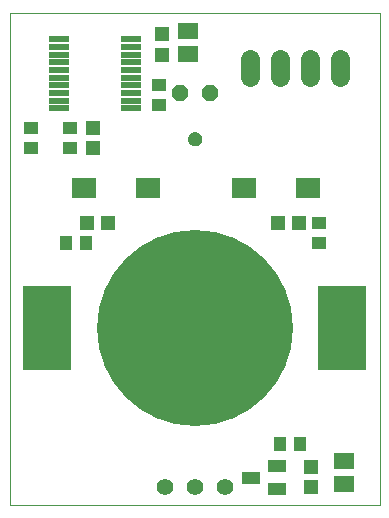
<source format=gts>
G75*
%MOIN*%
%OFA0B0*%
%FSLAX25Y25*%
%IPPOS*%
%LPD*%
%AMOC8*
5,1,8,0,0,1.08239X$1,22.5*
%
%ADD10C,0.00394*%
%ADD11C,0.00000*%
%ADD12C,0.04731*%
%ADD13R,0.06896X0.01975*%
%ADD14R,0.04731X0.04337*%
%ADD15R,0.04652X0.04534*%
%ADD16R,0.04534X0.04652*%
%ADD17R,0.04337X0.04731*%
%ADD18R,0.08274X0.06699*%
%ADD19R,0.05912X0.04337*%
%ADD20OC8,0.05600*%
%ADD21R,0.06699X0.05518*%
%ADD22R,0.16148X0.27959*%
%ADD23C,0.65361*%
%ADD24C,0.05550*%
%ADD25C,0.06400*%
D10*
X0004091Y0003012D02*
X0127319Y0003012D01*
X0127319Y0167185D01*
X0004091Y0167185D01*
X0004091Y0003012D01*
D11*
X0063540Y0125059D02*
X0063542Y0125152D01*
X0063548Y0125244D01*
X0063558Y0125336D01*
X0063572Y0125427D01*
X0063589Y0125518D01*
X0063611Y0125608D01*
X0063636Y0125697D01*
X0063665Y0125785D01*
X0063698Y0125871D01*
X0063735Y0125956D01*
X0063775Y0126040D01*
X0063819Y0126121D01*
X0063866Y0126201D01*
X0063916Y0126279D01*
X0063970Y0126354D01*
X0064027Y0126427D01*
X0064087Y0126497D01*
X0064150Y0126565D01*
X0064216Y0126630D01*
X0064284Y0126692D01*
X0064355Y0126752D01*
X0064429Y0126808D01*
X0064505Y0126861D01*
X0064583Y0126910D01*
X0064663Y0126957D01*
X0064745Y0126999D01*
X0064829Y0127039D01*
X0064914Y0127074D01*
X0065001Y0127106D01*
X0065089Y0127135D01*
X0065178Y0127159D01*
X0065268Y0127180D01*
X0065359Y0127196D01*
X0065451Y0127209D01*
X0065543Y0127218D01*
X0065636Y0127223D01*
X0065728Y0127224D01*
X0065821Y0127221D01*
X0065913Y0127214D01*
X0066005Y0127203D01*
X0066096Y0127188D01*
X0066187Y0127170D01*
X0066277Y0127147D01*
X0066365Y0127121D01*
X0066453Y0127091D01*
X0066539Y0127057D01*
X0066623Y0127020D01*
X0066706Y0126978D01*
X0066787Y0126934D01*
X0066867Y0126886D01*
X0066944Y0126835D01*
X0067018Y0126780D01*
X0067091Y0126722D01*
X0067161Y0126662D01*
X0067228Y0126598D01*
X0067292Y0126532D01*
X0067354Y0126462D01*
X0067412Y0126391D01*
X0067467Y0126317D01*
X0067519Y0126240D01*
X0067568Y0126161D01*
X0067614Y0126081D01*
X0067656Y0125998D01*
X0067694Y0125914D01*
X0067729Y0125828D01*
X0067760Y0125741D01*
X0067787Y0125653D01*
X0067810Y0125563D01*
X0067830Y0125473D01*
X0067846Y0125382D01*
X0067858Y0125290D01*
X0067866Y0125198D01*
X0067870Y0125105D01*
X0067870Y0125013D01*
X0067866Y0124920D01*
X0067858Y0124828D01*
X0067846Y0124736D01*
X0067830Y0124645D01*
X0067810Y0124555D01*
X0067787Y0124465D01*
X0067760Y0124377D01*
X0067729Y0124290D01*
X0067694Y0124204D01*
X0067656Y0124120D01*
X0067614Y0124037D01*
X0067568Y0123957D01*
X0067519Y0123878D01*
X0067467Y0123801D01*
X0067412Y0123727D01*
X0067354Y0123656D01*
X0067292Y0123586D01*
X0067228Y0123520D01*
X0067161Y0123456D01*
X0067091Y0123396D01*
X0067018Y0123338D01*
X0066944Y0123283D01*
X0066867Y0123232D01*
X0066788Y0123184D01*
X0066706Y0123140D01*
X0066623Y0123098D01*
X0066539Y0123061D01*
X0066453Y0123027D01*
X0066365Y0122997D01*
X0066277Y0122971D01*
X0066187Y0122948D01*
X0066096Y0122930D01*
X0066005Y0122915D01*
X0065913Y0122904D01*
X0065821Y0122897D01*
X0065728Y0122894D01*
X0065636Y0122895D01*
X0065543Y0122900D01*
X0065451Y0122909D01*
X0065359Y0122922D01*
X0065268Y0122938D01*
X0065178Y0122959D01*
X0065089Y0122983D01*
X0065001Y0123012D01*
X0064914Y0123044D01*
X0064829Y0123079D01*
X0064745Y0123119D01*
X0064663Y0123161D01*
X0064583Y0123208D01*
X0064505Y0123257D01*
X0064429Y0123310D01*
X0064355Y0123366D01*
X0064284Y0123426D01*
X0064216Y0123488D01*
X0064150Y0123553D01*
X0064087Y0123621D01*
X0064027Y0123691D01*
X0063970Y0123764D01*
X0063916Y0123839D01*
X0063866Y0123917D01*
X0063819Y0123997D01*
X0063775Y0124078D01*
X0063735Y0124162D01*
X0063698Y0124247D01*
X0063665Y0124333D01*
X0063636Y0124421D01*
X0063611Y0124510D01*
X0063589Y0124600D01*
X0063572Y0124691D01*
X0063558Y0124782D01*
X0063548Y0124874D01*
X0063542Y0124966D01*
X0063540Y0125059D01*
D12*
X0065705Y0125059D03*
D13*
X0044406Y0135256D03*
X0044406Y0137815D03*
X0044406Y0140374D03*
X0044406Y0142933D03*
X0044406Y0145492D03*
X0044406Y0148051D03*
X0044406Y0150610D03*
X0044406Y0153169D03*
X0044406Y0155728D03*
X0044406Y0158287D03*
X0020390Y0158287D03*
X0020390Y0155728D03*
X0020390Y0153169D03*
X0020390Y0150610D03*
X0020390Y0148051D03*
X0020390Y0145492D03*
X0020390Y0142933D03*
X0020390Y0140374D03*
X0020390Y0137815D03*
X0020390Y0135256D03*
D14*
X0024150Y0128799D03*
X0024150Y0122106D03*
X0011000Y0122047D03*
X0011000Y0128740D03*
X0053638Y0136358D03*
X0053638Y0143051D03*
X0107083Y0097028D03*
X0107083Y0090335D03*
D15*
X0054937Y0153169D03*
X0054937Y0160059D03*
X0031787Y0128760D03*
X0031787Y0121870D03*
X0104465Y0015846D03*
X0104465Y0008957D03*
D16*
X0100508Y0097028D03*
X0093618Y0097028D03*
X0036650Y0097106D03*
X0029760Y0097106D03*
D17*
X0029366Y0090276D03*
X0022673Y0090276D03*
X0094091Y0023386D03*
X0100783Y0023386D03*
D18*
X0103303Y0108720D03*
X0082043Y0108720D03*
X0050154Y0108720D03*
X0028894Y0108720D03*
D19*
X0093008Y0015886D03*
X0093008Y0008406D03*
X0084346Y0012146D03*
D20*
X0070705Y0140217D03*
X0060705Y0140217D03*
D21*
X0063382Y0153209D03*
X0063382Y0161083D03*
X0115606Y0017756D03*
X0115606Y0009882D03*
D22*
X0114917Y0062067D03*
X0016492Y0062067D03*
D23*
X0065705Y0062067D03*
D24*
X0065705Y0008937D03*
X0075705Y0008937D03*
X0055705Y0008937D03*
D25*
X0084209Y0145681D02*
X0084209Y0151681D01*
X0094209Y0151681D02*
X0094209Y0145681D01*
X0104209Y0145681D02*
X0104209Y0151681D01*
X0114209Y0151681D02*
X0114209Y0145681D01*
M02*

</source>
